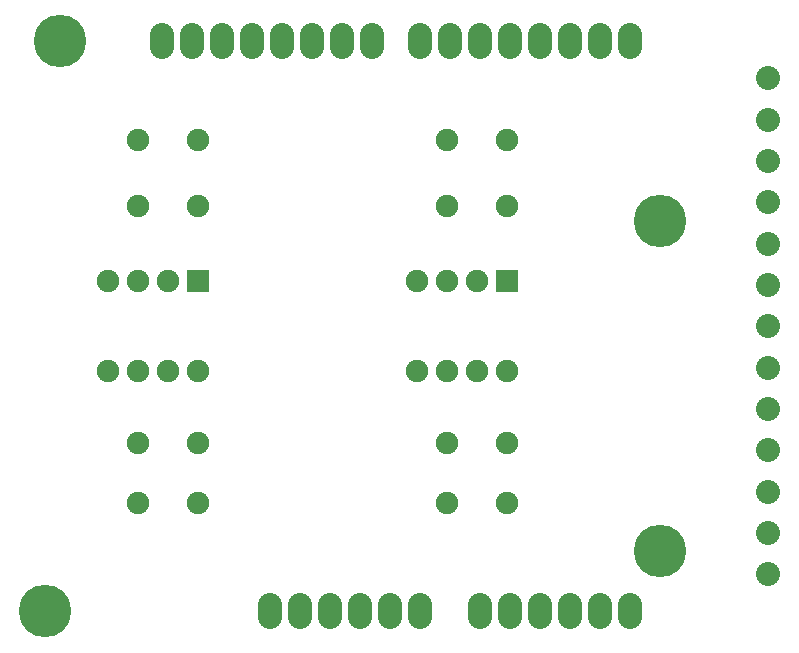
<source format=gts>
G04 (created by PCBNEW-RS274X (2011-aug-04)-testing) date Mon 24 Sep 2012 02:44:33 PM PDT*
G01*
G70*
G90*
%MOIN*%
G04 Gerber Fmt 3.4, Leading zero omitted, Abs format*
%FSLAX34Y34*%
G04 APERTURE LIST*
%ADD10C,0.006000*%
%ADD11R,0.075000X0.075000*%
%ADD12C,0.075000*%
%ADD13O,0.080000X0.120000*%
%ADD14C,0.175000*%
%ADD15C,0.080000*%
G04 APERTURE END LIST*
G54D10*
G54D11*
X27400Y-18000D03*
G54D12*
X26400Y-18000D03*
X25400Y-18000D03*
X24400Y-18000D03*
X24400Y-21000D03*
X25400Y-21000D03*
X26400Y-21000D03*
X27400Y-21000D03*
G54D11*
X17100Y-18000D03*
G54D12*
X16100Y-18000D03*
X15100Y-18000D03*
X14100Y-18000D03*
X14100Y-21000D03*
X15100Y-21000D03*
X16100Y-21000D03*
X17100Y-21000D03*
X27400Y-13300D03*
X25400Y-13300D03*
X17100Y-13300D03*
X15100Y-13300D03*
X27400Y-15500D03*
X25400Y-15500D03*
X17100Y-15500D03*
X15100Y-15500D03*
X27400Y-23400D03*
X27400Y-25400D03*
X17100Y-23400D03*
X17100Y-25400D03*
X25400Y-23400D03*
X25400Y-25400D03*
X15100Y-23400D03*
X15100Y-25400D03*
G54D13*
X31500Y-29000D03*
X30500Y-29000D03*
X29500Y-29000D03*
X26500Y-29000D03*
X27500Y-29000D03*
X28500Y-29000D03*
X24500Y-29000D03*
X23500Y-29000D03*
X22500Y-29000D03*
X20500Y-29000D03*
X19500Y-29000D03*
X31500Y-10000D03*
X30500Y-10000D03*
X29500Y-10000D03*
X28500Y-10000D03*
X27500Y-10000D03*
X26500Y-10000D03*
X25500Y-10000D03*
X24500Y-10000D03*
X22900Y-10000D03*
X21900Y-10000D03*
X20900Y-10000D03*
X19900Y-10000D03*
X18900Y-10000D03*
X17900Y-10000D03*
X16900Y-10000D03*
X15900Y-10000D03*
X21500Y-29000D03*
G54D14*
X32500Y-27000D03*
X32500Y-16000D03*
X12500Y-10000D03*
X12000Y-29000D03*
G54D15*
X36101Y-27769D03*
X36100Y-26392D03*
X36099Y-25011D03*
X36100Y-23634D03*
X36100Y-22256D03*
X36100Y-20880D03*
X36100Y-19501D03*
X36099Y-18123D03*
X36099Y-16745D03*
X36099Y-15365D03*
X36098Y-12611D03*
X36099Y-13989D03*
X36099Y-11233D03*
M02*

</source>
